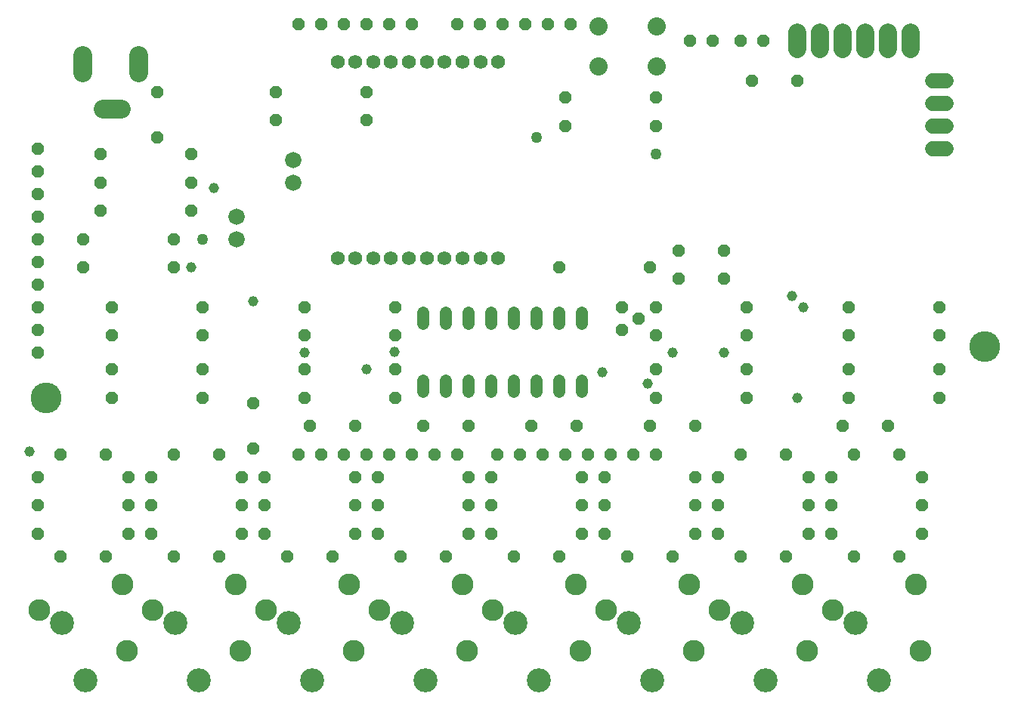
<source format=gbs>
G75*
G70*
%OFA0B0*%
%FSLAX24Y24*%
%IPPOS*%
%LPD*%
%AMOC8*
5,1,8,0,0,1.08239X$1,22.5*
%
%ADD10C,0.0960*%
%ADD11C,0.1060*%
%ADD12C,0.0800*%
%ADD13OC8,0.0540*%
%ADD14OC8,0.0560*%
%ADD15C,0.1360*%
%ADD16C,0.0847*%
%ADD17C,0.0620*%
%ADD18C,0.0651*%
%ADD19C,0.0540*%
%ADD20C,0.0720*%
%ADD21C,0.0800*%
%ADD22C,0.0457*%
%ADD23C,0.0496*%
D10*
X006619Y005251D03*
X007759Y007061D03*
X006409Y008201D03*
X002759Y007061D03*
X011409Y008201D03*
X012759Y007061D03*
X011619Y005251D03*
X016409Y008201D03*
X017759Y007061D03*
X016619Y005251D03*
X021619Y005251D03*
X022759Y007061D03*
X021409Y008201D03*
X026409Y008201D03*
X027759Y007061D03*
X026619Y005251D03*
X031409Y008201D03*
X032759Y007061D03*
X031619Y005251D03*
X036409Y008201D03*
X037759Y007061D03*
X036619Y005251D03*
X041619Y005251D03*
X041409Y008201D03*
D11*
X004769Y003971D03*
X003749Y006511D03*
X008749Y006511D03*
X009769Y003971D03*
X013749Y006511D03*
X014769Y003971D03*
X018749Y006511D03*
X019769Y003971D03*
X023749Y006511D03*
X024769Y003971D03*
X028749Y006511D03*
X029769Y003971D03*
X033749Y006511D03*
X034769Y003971D03*
X038749Y006511D03*
X039769Y003971D03*
D12*
X040189Y031821D02*
X040189Y032561D01*
X039189Y032561D02*
X039189Y031821D01*
X038189Y031821D02*
X038189Y032561D01*
X037189Y032561D02*
X037189Y031821D01*
X036189Y031821D02*
X036189Y032561D01*
X041189Y032561D02*
X041189Y031821D01*
D13*
X036189Y030441D03*
X034189Y030441D03*
X029939Y029691D03*
X029939Y028441D03*
X025939Y028441D03*
X025939Y029691D03*
X017189Y029941D03*
X017189Y028691D03*
X013189Y028691D03*
X013189Y029941D03*
X009439Y027191D03*
X007939Y027941D03*
X005439Y027191D03*
X005439Y025941D03*
X005439Y024691D03*
X004689Y023441D03*
X004689Y022191D03*
X005939Y020441D03*
X005939Y019191D03*
X005939Y017691D03*
X005939Y016441D03*
X005689Y013941D03*
X006689Y012941D03*
X007689Y012941D03*
X008689Y013941D03*
X010689Y013941D03*
X011689Y012941D03*
X012689Y012941D03*
X012189Y014191D03*
X014689Y015191D03*
X014439Y016441D03*
X014439Y017691D03*
X014439Y019191D03*
X014439Y020441D03*
X018439Y020441D03*
X018439Y019191D03*
X018439Y017691D03*
X018439Y016441D03*
X019689Y015191D03*
X021689Y015191D03*
X021689Y012941D03*
X022689Y012941D03*
X022689Y011691D03*
X021689Y011691D03*
X021689Y010441D03*
X022689Y010441D03*
X023689Y009441D03*
X025689Y009441D03*
X026689Y010441D03*
X027689Y010441D03*
X027689Y011691D03*
X026689Y011691D03*
X026689Y012941D03*
X027689Y012941D03*
X026439Y015191D03*
X024439Y015191D03*
X029689Y015191D03*
X029939Y016441D03*
X029939Y017691D03*
X029939Y019191D03*
X029189Y019941D03*
X028439Y020441D03*
X028439Y019441D03*
X029939Y020441D03*
X030939Y021691D03*
X029689Y022191D03*
X030939Y022941D03*
X032939Y022941D03*
X032939Y021691D03*
X033939Y020441D03*
X033939Y019191D03*
X033939Y017691D03*
X033939Y016441D03*
X031689Y015191D03*
X033689Y013941D03*
X032689Y012941D03*
X031689Y012941D03*
X031689Y011691D03*
X032689Y011691D03*
X032689Y010441D03*
X031689Y010441D03*
X030689Y009441D03*
X028689Y009441D03*
X033689Y009441D03*
X035689Y009441D03*
X036689Y010441D03*
X037689Y010441D03*
X037689Y011691D03*
X036689Y011691D03*
X036689Y012941D03*
X037689Y012941D03*
X038689Y013941D03*
X038189Y015191D03*
X038439Y016441D03*
X038439Y017691D03*
X038439Y019191D03*
X038439Y020441D03*
X042439Y020441D03*
X042439Y019191D03*
X042439Y017691D03*
X042439Y016441D03*
X040189Y015191D03*
X040689Y013941D03*
X041689Y012941D03*
X041689Y011691D03*
X041689Y010441D03*
X040689Y009441D03*
X038689Y009441D03*
X035689Y013941D03*
X025689Y022191D03*
X016689Y015191D03*
X016689Y012941D03*
X017689Y012941D03*
X017689Y011691D03*
X016689Y011691D03*
X016689Y010441D03*
X017689Y010441D03*
X018689Y009441D03*
X020689Y009441D03*
X015689Y009441D03*
X013689Y009441D03*
X012689Y010441D03*
X011689Y010441D03*
X011689Y011691D03*
X012689Y011691D03*
X010689Y009441D03*
X008689Y009441D03*
X007689Y010441D03*
X006689Y010441D03*
X006689Y011691D03*
X007689Y011691D03*
X005689Y009441D03*
X003689Y009441D03*
X002689Y010441D03*
X002689Y011691D03*
X002689Y012941D03*
X003689Y013941D03*
X009939Y016441D03*
X009939Y017691D03*
X009939Y019191D03*
X009939Y020441D03*
X008689Y022191D03*
X008689Y023441D03*
X009439Y024691D03*
X009439Y025941D03*
X007939Y029941D03*
X012189Y016191D03*
D14*
X014189Y013941D03*
X015189Y013941D03*
X016189Y013941D03*
X017189Y013941D03*
X018189Y013941D03*
X019189Y013941D03*
X020189Y013941D03*
X021189Y013941D03*
X022939Y013941D03*
X023939Y013941D03*
X024939Y013941D03*
X025939Y013941D03*
X026939Y013941D03*
X027939Y013941D03*
X028939Y013941D03*
X029939Y013941D03*
X031439Y032191D03*
X032439Y032191D03*
X033689Y032191D03*
X034689Y032191D03*
X026189Y032941D03*
X025189Y032941D03*
X024189Y032941D03*
X023189Y032941D03*
X022189Y032941D03*
X021189Y032941D03*
X019189Y032941D03*
X018189Y032941D03*
X017189Y032941D03*
X016189Y032941D03*
X015189Y032941D03*
X014189Y032941D03*
X002689Y027441D03*
X002689Y026441D03*
X002689Y025441D03*
X002689Y024441D03*
X002689Y023441D03*
X002689Y022441D03*
X002689Y021441D03*
X002689Y020441D03*
X002689Y019441D03*
X002689Y018441D03*
D15*
X003039Y016441D03*
X044439Y018691D03*
D16*
X007122Y030781D02*
X007122Y031569D01*
X004642Y031569D02*
X004642Y030781D01*
X005547Y029207D02*
X006335Y029207D01*
D17*
X015896Y031271D03*
X016683Y031271D03*
X017471Y031271D03*
X018258Y031271D03*
X019045Y031271D03*
X019833Y031271D03*
X020620Y031271D03*
X021408Y031271D03*
X022195Y031271D03*
X022982Y031271D03*
X022982Y022610D03*
X022195Y022610D03*
X021408Y022610D03*
X020620Y022610D03*
X019833Y022610D03*
X019045Y022610D03*
X018258Y022610D03*
X017471Y022610D03*
X016683Y022610D03*
X015896Y022610D03*
D18*
X042144Y027441D02*
X042734Y027441D01*
X042734Y028441D02*
X042144Y028441D01*
X042144Y029441D02*
X042734Y029441D01*
X042734Y030441D02*
X042144Y030441D01*
D19*
X026689Y020181D02*
X026689Y019701D01*
X025689Y019701D02*
X025689Y020181D01*
X024689Y020181D02*
X024689Y019701D01*
X023689Y019701D02*
X023689Y020181D01*
X022689Y020181D02*
X022689Y019701D01*
X021689Y019701D02*
X021689Y020181D01*
X020689Y020181D02*
X020689Y019701D01*
X019689Y019701D02*
X019689Y020181D01*
X019689Y017181D02*
X019689Y016701D01*
X020689Y016701D02*
X020689Y017181D01*
X021689Y017181D02*
X021689Y016701D01*
X022689Y016701D02*
X022689Y017181D01*
X023689Y017181D02*
X023689Y016701D01*
X024689Y016701D02*
X024689Y017181D01*
X025689Y017181D02*
X025689Y016701D01*
X026689Y016701D02*
X026689Y017181D01*
D20*
X013939Y025941D03*
X013939Y026941D03*
X011439Y024441D03*
X011439Y023441D03*
D21*
X027409Y031051D03*
X027409Y032831D03*
X029969Y032831D03*
X029969Y031051D03*
D22*
X035939Y020941D03*
X036439Y020441D03*
X032939Y018441D03*
X030689Y018441D03*
X029564Y017066D03*
X027564Y017566D03*
X036189Y016441D03*
X018408Y018472D03*
X017189Y017691D03*
X014439Y018441D03*
X012189Y020691D03*
X009439Y022191D03*
X010439Y025691D03*
X002314Y014066D03*
D23*
X009939Y023441D03*
X024689Y027941D03*
X029939Y027191D03*
M02*

</source>
